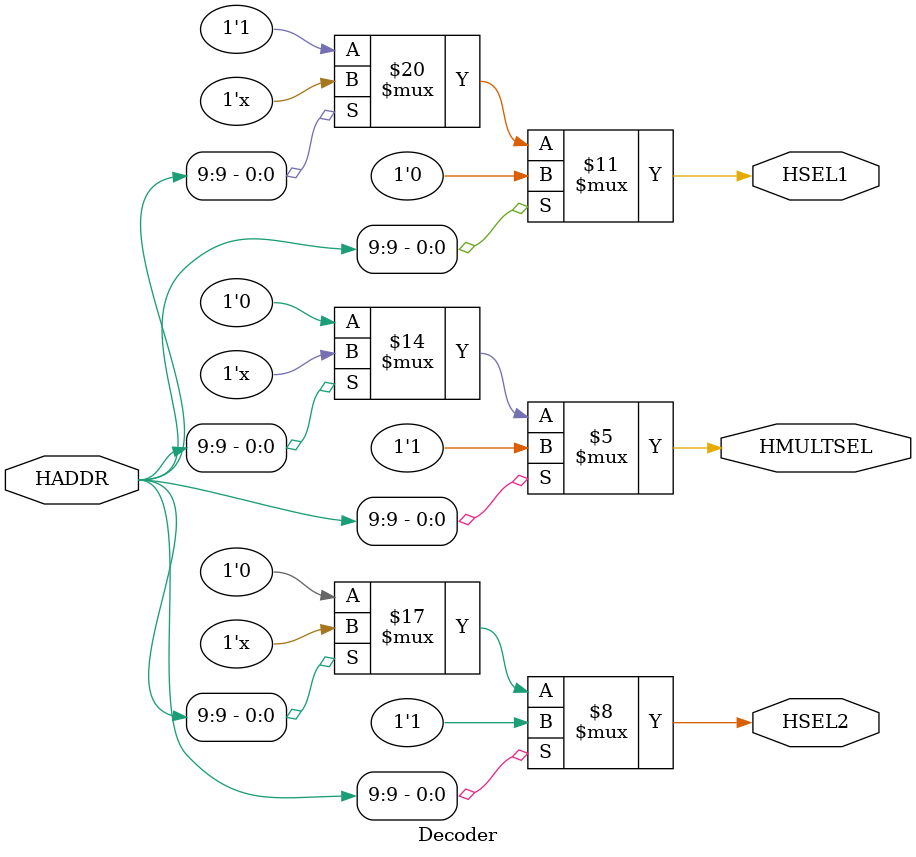
<source format=sv>
`timescale 1ns / 1ps

//Just a decoder ;) : selects the right slave
module Decoder(
    HADDR, HSEL1, HSEL2, HMULTSEL
    );
    
    //////Decoder input///////
    input [31:0]HADDR;
    //////Decoder output///////
    output logic HSEL1;
    output logic HSEL2;
    output logic HMULTSEL;

    always@(HADDR)
    begin
        if(HADDR[9] == 0) begin
            HSEL1 = 1;
            HSEL2 = 0;
            HMULTSEL = 0;
        end
        if(HADDR[9] == 1) begin
            HSEL1 = 0;
            HSEL2 = 1;
            HMULTSEL = 1;
        end
    end
endmodule

</source>
